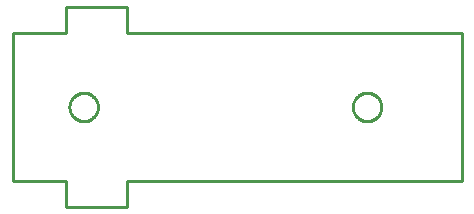
<source format=gbr>
G04 EAGLE Gerber RS-274X export*
G75*
%MOMM*%
%FSLAX34Y34*%
%LPD*%
%IN*%
%IPPOS*%
%AMOC8*
5,1,8,0,0,1.08239X$1,22.5*%
G01*
%ADD10C,0.254000*%


D10*
X0Y22000D02*
X45000Y22000D01*
X45000Y0D01*
X97000Y0D01*
X97000Y22000D01*
X380000Y22000D01*
X380000Y148000D01*
X97000Y148000D01*
X97000Y170000D01*
X45000Y170000D01*
X45000Y148000D01*
X0Y148000D01*
X0Y22000D01*
X72000Y84529D02*
X72000Y85471D01*
X71926Y86412D01*
X71779Y87343D01*
X71558Y88260D01*
X71267Y89157D01*
X70906Y90028D01*
X70478Y90868D01*
X69985Y91672D01*
X69431Y92435D01*
X68819Y93152D01*
X68152Y93819D01*
X67435Y94431D01*
X66672Y94985D01*
X65868Y95478D01*
X65028Y95906D01*
X64157Y96267D01*
X63260Y96558D01*
X62343Y96779D01*
X61412Y96926D01*
X60471Y97000D01*
X59529Y97000D01*
X58588Y96926D01*
X57657Y96779D01*
X56740Y96558D01*
X55843Y96267D01*
X54972Y95906D01*
X54132Y95478D01*
X53328Y94985D01*
X52565Y94431D01*
X51848Y93819D01*
X51181Y93152D01*
X50569Y92435D01*
X50015Y91672D01*
X49522Y90868D01*
X49094Y90028D01*
X48733Y89157D01*
X48442Y88260D01*
X48222Y87343D01*
X48074Y86412D01*
X48000Y85471D01*
X48000Y84529D01*
X48074Y83588D01*
X48222Y82657D01*
X48442Y81740D01*
X48733Y80843D01*
X49094Y79972D01*
X49522Y79132D01*
X50015Y78328D01*
X50569Y77565D01*
X51181Y76848D01*
X51848Y76181D01*
X52565Y75569D01*
X53328Y75015D01*
X54132Y74522D01*
X54972Y74094D01*
X55843Y73733D01*
X56740Y73442D01*
X57657Y73222D01*
X58588Y73074D01*
X59529Y73000D01*
X60471Y73000D01*
X61412Y73074D01*
X62343Y73222D01*
X63260Y73442D01*
X64157Y73733D01*
X65028Y74094D01*
X65868Y74522D01*
X66672Y75015D01*
X67435Y75569D01*
X68152Y76181D01*
X68819Y76848D01*
X69431Y77565D01*
X69985Y78328D01*
X70478Y79132D01*
X70906Y79972D01*
X71267Y80843D01*
X71558Y81740D01*
X71779Y82657D01*
X71926Y83588D01*
X72000Y84529D01*
X312000Y84529D02*
X312000Y85471D01*
X311926Y86412D01*
X311779Y87343D01*
X311558Y88260D01*
X311267Y89157D01*
X310906Y90028D01*
X310478Y90868D01*
X309985Y91672D01*
X309431Y92435D01*
X308819Y93152D01*
X308152Y93819D01*
X307435Y94431D01*
X306672Y94985D01*
X305868Y95478D01*
X305028Y95906D01*
X304157Y96267D01*
X303260Y96558D01*
X302343Y96779D01*
X301412Y96926D01*
X300471Y97000D01*
X299529Y97000D01*
X298588Y96926D01*
X297657Y96779D01*
X296740Y96558D01*
X295843Y96267D01*
X294972Y95906D01*
X294132Y95478D01*
X293328Y94985D01*
X292565Y94431D01*
X291848Y93819D01*
X291181Y93152D01*
X290569Y92435D01*
X290015Y91672D01*
X289522Y90868D01*
X289094Y90028D01*
X288733Y89157D01*
X288442Y88260D01*
X288222Y87343D01*
X288074Y86412D01*
X288000Y85471D01*
X288000Y84529D01*
X288074Y83588D01*
X288222Y82657D01*
X288442Y81740D01*
X288733Y80843D01*
X289094Y79972D01*
X289522Y79132D01*
X290015Y78328D01*
X290569Y77565D01*
X291181Y76848D01*
X291848Y76181D01*
X292565Y75569D01*
X293328Y75015D01*
X294132Y74522D01*
X294972Y74094D01*
X295843Y73733D01*
X296740Y73442D01*
X297657Y73222D01*
X298588Y73074D01*
X299529Y73000D01*
X300471Y73000D01*
X301412Y73074D01*
X302343Y73222D01*
X303260Y73442D01*
X304157Y73733D01*
X305028Y74094D01*
X305868Y74522D01*
X306672Y75015D01*
X307435Y75569D01*
X308152Y76181D01*
X308819Y76848D01*
X309431Y77565D01*
X309985Y78328D01*
X310478Y79132D01*
X310906Y79972D01*
X311267Y80843D01*
X311558Y81740D01*
X311779Y82657D01*
X311926Y83588D01*
X312000Y84529D01*
M02*

</source>
